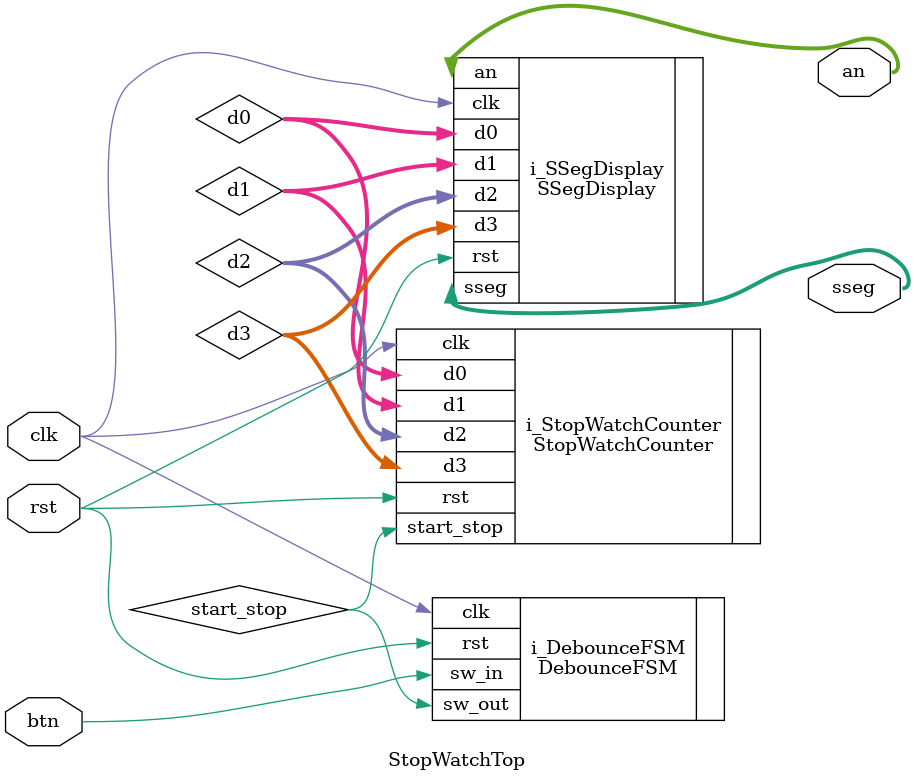
<source format=v>
`timescale 1ns / 1ps

module StopWatchTop(
   input wire clk,
   input wire rst, btn,
   output wire [3:0] an,
   output wire [6:0] sseg
   );
    
// Internal signals
wire [3:0] d3, d2, d1, d0;
wire start_stop;
    
// Switch debounce
DebounceFSM i_DebounceFSM ( .clk(clk), .rst(rst), .sw_in(btn), .sw_out(start_stop) ); 

// Stopwatch counter
StopWatchCounter i_StopWatchCounter ( .clk(clk), .rst(rst), .start_stop(start_stop), .d3(d3), .d2(d2), .d1(d1), .d0(d0) ); 
 
// Seven segment display driver
SSegDisplay i_SSegDisplay (
   .clk(clk), .rst(rst), .d3(d3), .d2(d2), .d1(d1), .d0(d0), .an(an), .sseg(sseg) );
       
endmodule

</source>
